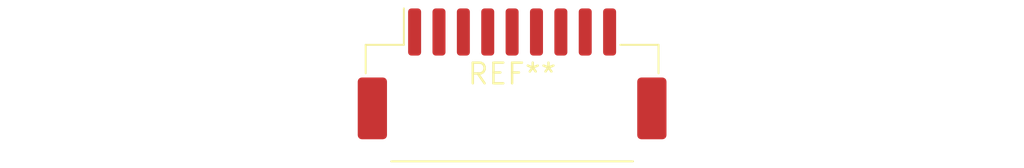
<source format=kicad_pcb>
(kicad_pcb (version 20240108) (generator pcbnew)
  (layers (0 "F.Cu" signal) (31 "B.Cu" signal) (34 "B.Paste" user) (35 "F.Paste" user) (36 "B.SilkS" user "B.Silkscreen") (37 "F.SilkS" user "F.Silkscreen") (38 "B.Mask" user) (39 "F.Mask" user) (44 "Edge.Cuts" user))
  (net 0 "")
  (footprint "Molex_CLIK-Mate_502585-0970_1x09-1MP_P1.50mm_Horizontal" (layer "F.Cu") (at 0 0)
    (property "Reference" "REF**")
    (property "Value" "Molex_CLIK-Mate_502585-0970_1x09-1MP_P1.50mm_Horizontal")
    (fp_line (start -9.01 -1.785) (end -6.66 -1.785) (layer "F.SilkS") (stroke (width 0.12)))
    (fp_line (start -9.01 -0.035) (end -9.01 -1.785) (layer "F.SilkS") (stroke (width 0.12)))
    (fp_line (start -7.44 5.385) (end 7.44 5.385) (layer "F.SilkS") (stroke (width 0.12)))
    (fp_line (start -6.66 -1.785) (end -6.66 -4.025) (layer "F.SilkS") (stroke (width 0.12)))
    (fp_line (start 9.01 -1.785) (end 6.66 -1.785) (layer "F.SilkS") (stroke (width 0.12)))
    (fp_line (start 9.01 -0.035) (end 9.01 -1.785) (layer "F.SilkS") (stroke (width 0.12)))
    (pad "1" smd roundrect (at -6 -2.575) (size 0.8 2.9) (layers "F.Cu" "F.Paste" "F.Mask"))
    (pad "2" smd roundrect (at -4.5 -2.575) (size 0.8 2.9) (layers "F.Cu" "F.Paste" "F.Mask"))
    (pad "3" smd roundrect (at -3 -2.575) (size 0.8 2.9) (layers "F.Cu" "F.Paste" "F.Mask"))
    (pad "4" smd roundrect (at -1.5 -2.575) (size 0.8 2.9) (layers "F.Cu" "F.Paste" "F.Mask"))
    (pad "5" smd roundrect (at 0 -2.575) (size 0.8 2.9) (layers "F.Cu" "F.Paste" "F.Mask"))
    (pad "6" smd roundrect (at 1.5 -2.575) (size 0.8 2.9) (layers "F.Cu" "F.Paste" "F.Mask"))
    (pad "7" smd roundrect (at 3 -2.575) (size 0.8 2.9) (layers "F.Cu" "F.Paste" "F.Mask"))
    (pad "8" smd roundrect (at 4.5 -2.575) (size 0.8 2.9) (layers "F.Cu" "F.Paste" "F.Mask"))
    (pad "9" smd roundrect (at 6 -2.575) (size 0.8 2.9) (layers "F.Cu" "F.Paste" "F.Mask"))
    (pad "MP" smd roundrect (at -8.6 2.125) (size 1.8 3.8) (layers "F.Cu" "F.Paste" "F.Mask") (roundrect_rratio 0.138889))
    (pad "MP" smd roundrect (at 8.6 2.125) (size 1.8 3.8) (layers "F.Cu" "F.Paste" "F.Mask") (roundrect_rratio 0.138889))
  )
)
</source>
